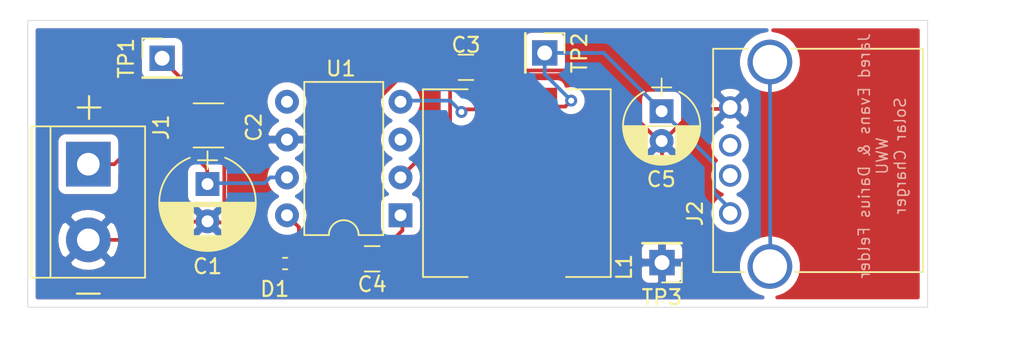
<source format=kicad_pcb>
(kicad_pcb (version 20211014) (generator pcbnew)
  (title_block (title "Solar Powered Buck Converter Charger") (date "2022-04-12") (rev "V.01") (company "WWU") (comment 1 "Jared Evans") (comment 2 "Darius Felder"))
  (layers (0 "F.Cu" signal) (31 "B.Cu" signal) (34 "B.Paste" user) (35 "F.Paste" user) (36 "B.SilkS" user "B.Silkscreen") (37 "F.SilkS" user "F.Silkscreen") (38 "B.Mask" user) (39 "F.Mask" user) (44 "Edge.Cuts" user))
  (net 0 "")
  (net 1 "+9V")
  (net 2 "GND")
  (net 3 "Net-(J2-Pad5)")
  (net 4 "Net-(J2-Pad3)")
  (net 5 "Net-(J2-Pad2)")
  (net 6 "Net-(C4-Pad1)")
  (net 7 "Net-(C3-Pad1)")
  (net 8 "Net-(C4-Pad2)")
  (net 9 "+5V")
  (net 10 "Net-(U1-Pad3)")
  (net 11 "Net-(U1-Pad5)")
  (footprint "Capacitors_THT:CP_Radial_D6.3mm_P2.50mm" (layer "F.Cu") (at 67.183 49.0855 -90)
    (fp_text reference "C1" (at 5.5245 0 180) (layer "F.SilkS"))
    (fp_text value "220 uF")
    (fp_line (start 3.411 -2.375) (end 3.411 -0.98) (layer "F.SilkS") (width 0.12))
    (fp_line (start 2.731 -2.843) (end 2.731 -0.98) (layer "F.SilkS") (width 0.12))
    (fp_line (start 3.171 -2.57) (end 3.171 -0.98) (layer "F.SilkS") (width 0.12))
    (fp_line (start 3.851 -1.894) (end 3.851 1.894) (layer "F.SilkS") (width 0.12))
    (fp_line (start 2.571 -2.919) (end 2.571 -0.98) (layer "F.SilkS") (width 0.12))
    (fp_line (start 2.651 0.98) (end 2.651 2.882) (layer "F.SilkS") (width 0.12))
    (fp_line (start 3.131 -2.599) (end 3.131 -0.98) (layer "F.SilkS") (width 0.12))
    (fp_line (start 3.731 -2.045) (end 3.731 2.045) (layer "F.SilkS") (width 0.12))
    (fp_line (start 1.89 0.98) (end 1.89 3.137) (layer "F.SilkS") (width 0.12))
    (fp_line (start 2.971 -2.706) (end 2.971 -0.98) (layer "F.SilkS") (width 0.12))
    (fp_line (start 3.331 -2.445) (end 3.331 -0.98) (layer "F.SilkS") (width 0.12))
    (fp_line (start 3.011 0.98) (end 3.011 2.681) (layer "F.SilkS") (width 0.12))
    (fp_line (start 2.371 0.98) (end 2.371 3.001) (layer "F.SilkS") (width 0.12))
    (fp_line (start 2.611 -2.901) (end 2.611 -0.98) (layer "F.SilkS") (width 0.12))
    (fp_line (start 2.491 -2.954) (end 2.491 -0.98) (layer "F.SilkS") (width 0.12))
    (fp_line (start 3.131 0.98) (end 3.131 2.599) (layer "F.SilkS") (width 0.12))
    (fp_line (start 3.771 -1.997) (end 3.771 1.997) (layer "F.SilkS") (width 0.12))
    (fp_line (start 1.61 -3.18) (end 1.61 -0.98) (layer "F.SilkS") (width 0.12))
    (fp_line (start 2.251 0.98) (end 2.251 3.042) (layer "F.SilkS") (width 0.12))
    (fp_line (start 3.011 -2.681) (end 3.011 -0.98) (layer "F.SilkS") (width 0.12))
    (fp_line (start 4.211 -1.278) (end 4.211 1.278) (layer "F.SilkS") (width 0.12))
    (fp_line (start 1.53 -3.188) (end 1.53 -0.98) (layer "F.SilkS") (width 0.12))
    (fp_line (start 1.57 -3.185) (end 1.57 -0.98) (layer "F.SilkS") (width 0.12))
    (fp_line (start 3.291 -2.478) (end 3.291 -0.98) (layer "F.SilkS") (width 0.12))
    (fp_line (start 2.411 0.98) (end 2.411 2.986) (layer "F.SilkS") (width 0.12))
    (fp_line (start 4.371 -0.834) (end 4.371 0.834) (layer "F.SilkS") (width 0.12))
    (fp_line (start 3.651 -2.137) (end 3.651 2.137) (layer "F.SilkS") (width 0.12))
    (fp_line (start 3.611 -2.18) (end 3.611 2.18) (layer "F.SilkS") (width 0.12))
    (fp_line (start 1.65 -3.176) (end 1.65 -0.98) (layer "F.SilkS") (width 0.12))
    (fp_line (start 2.451 0.98) (end 2.451 2.97) (layer "F.SilkS") (width 0.12))
    (fp_line (start 2.051 0.98) (end 2.051 3.1) (layer "F.SilkS") (width 0.12))
    (fp_line (start 3.451 -2.339) (end 3.451 -0.98) (layer "F.SilkS") (width 0.12))
    (fp_line (start -2.2 0) (end -1 0) (layer "F.SilkS") (width 0.12))
    (fp_line (start 1.73 -3.165) (end 1.73 -0.98) (layer "F.SilkS") (width 0.12))
    (fp_line (start 2.331 -3.015) (end 2.331 -0.98) (layer "F.SilkS") (width 0.12))
    (fp_line (start 1.81 0.98) (end 1.81 3.152) (layer "F.SilkS") (width 0.12))
    (fp_line (start 4.171 -1.364) (end 4.171 1.364) (layer "F.SilkS") (width 0.12))
    (fp_line (start 2.931 -2.731) (end 2.931 -0.98) (layer "F.SilkS") (width 0.12))
    (fp_line (start 4.091 -1.52) (end 4.091 1.52) (layer "F.SilkS") (width 0.12))
    (fp_line (start 2.771 0.98) (end 2.771 2.822) (layer "F.SilkS") (width 0.12))
    (fp_line (start -1.6 -0.65) (end -1.6 0.65) (layer "F.SilkS") (width 0.12))
    (fp_line (start 1.77 -3.158) (end 1.77 -0.98) (layer "F.SilkS") (width 0.12))
    (fp_line (start 1.49 -3.192) (end 1.49 3.192) (layer "F.SilkS") (width 0.12))
    (fp_line (start 3.171 0.98) (end 3.171 2.57) (layer "F.SilkS") (width 0.12))
    (fp_line (start 4.411 -0.676) (end 4.411 0.676) (layer "F.SilkS") (width 0.12))
    (fp_line (start 1.41 -3.197) (end 1.41 3.197) (layer "F.SilkS") (width 0.12))
    (fp_line (start 1.89 -3.137) (end 1.89 -0.98) (layer "F.SilkS") (width 0.12))
    (fp_line (start 4.011 -1.658) (end 4.011 1.658) (layer "F.SilkS") (width 0.12))
    (fp_line (start 3.091 -2.627) (end 3.091 -0.98) (layer "F.SilkS") (width 0.12))
    (fp_line (start 2.811 0.98) (end 2.811 2.8) (layer "F.SilkS") (width 0.12))
    (fp_line (start 2.091 -3.09) (end 2.091 -0.98) (layer "F.SilkS") (width 0.12))
    (fp_line (start 2.131 0.98) (end 2.131 3.079) (layer "F.SilkS") (width 0.12))
    (fp_line (start 3.691 -2.092) (end 3.691 2.092) (layer "F.SilkS") (width 0.12))
    (fp_line (start 1.69 -3.17) (end 1.69 -0.98) (layer "F.SilkS") (width 0.12))
    (fp_line (start 3.331 0.98) (end 3.331 2.445) (layer "F.SilkS") (width 0.12))
    (fp_line (start 2.451 -2.97) (end 2.451 -0.98) (layer "F.SilkS") (width 0.12))
    (fp_line (start 3.371 -2.411) (end 3.371 -0.98) (layer "F.SilkS") (width 0.12))
    (fp_line (start 2.731 0.98) (end 2.731 2.843) (layer "F.SilkS") (width 0.12))
    (fp_line (start 3.371 0.98) (end 3.371 2.411) (layer "F.SilkS") (width 0.12))
    (fp_line (start 2.011 -3.11) (end 2.011 -0.98) (layer "F.SilkS") (width 0.12))
    (fp_line (start 3.571 -2.222) (end 3.571 2.222) (layer "F.SilkS") (width 0.12))
    (fp_line (start 2.211 0.98) (end 2.211 3.055) (layer "F.SilkS") (width 0.12))
    (fp_line (start 3.251 0.98) (end 3.251 2.51) (layer "F.SilkS") (width 0.12))
    (fp_line (start 1.93 -3.128) (end 1.93 -0.98) (layer "F.SilkS") (width 0.12))
    (fp_line (start 4.451 -0.468) (end 4.451 0.468) (layer "F.SilkS") (width 0.12))
    (fp_line (start 1.93 0.98) (end 1.93 3.128) (layer "F.SilkS") (width 0.12))
    (fp_line (start 1.65 0.98) (end 1.65 3.176) (layer "F.SilkS") (width 0.12))
    (fp_line (start 3.891 -1.839) (end 3.891 1.839) (layer "F.SilkS") (width 0.12))
    (fp_line (start 1.81 -3.152) (end 1.81 -0.98) (layer "F.SilkS") (width 0.12))
    (fp_line (start 2.251 -3.042) (end 2.251 -0.98) (layer "F.SilkS") (width 0.12))
    (fp_line (start 3.931 -1.781) (end 3.931 1.781) (layer "F.SilkS") (width 0.12))
    (fp_line (start 2.611 0.98) (end 2.611 2.901) (layer "F.SilkS") (width 0.12))
    (fp_line (start 2.531 0.98) (end 2.531 2.937) (layer "F.SilkS") (width 0.12))
    (fp_line (start 3.211 -2.54) (end 3.211 -0.98) (layer "F.SilkS") (width 0.12))
    (fp_line (start 2.971 0.98) (end 2.971 2.706) (layer "F.SilkS") (width 0.12))
    (fp_line (start 1.53 0.98) (end 1.53 3.188) (layer "F.SilkS") (width 0.12))
    (fp_line (start 2.931 0.98) (end 2.931 2.731) (layer "F.SilkS") (width 0.12))
    (fp_line (start 2.291 -3.029) (end 2.291 -0.98) (layer "F.SilkS") (width 0.12))
    (fp_line (start 4.051 -1.591) (end 4.051 1.591) (layer "F.SilkS") (width 0.12))
    (fp_line (start 2.211 -3.055) (end 2.211 -0.98) (layer "F.SilkS") (width 0.12))
    (fp_line (start 3.211 0.98) (end 3.211 2.54) (layer "F.SilkS") (width 0.12))
    (fp_line (start 2.851 0.98) (end 2.851 2.778) (layer "F.SilkS") (width 0.12))
    (fp_line (start 2.291 0.98) (end 2.291 3.029) (layer "F.SilkS") (width 0.12))
    (fp_line (start 3.451 0.98) (end 3.451 2.339) (layer "F.SilkS") (width 0.12))
    (fp_line (start 2.851 -2.778) (end 2.851 -0.98) (layer "F.SilkS") (width 0.12))
    (fp_line (start 2.411 -2.986) (end 2.411 -0.98) (layer "F.SilkS") (width 0.12))
    (fp_line (start 1.37 -3.198) (end 1.37 3.198) (layer "F.SilkS") (width 0.12))
    (fp_line (start 1.33 -3.2) (end 1.33 3.2) (layer "F.SilkS") (width 0.12))
    (fp_line (start 2.371 -3.001) (end 2.371 -0.98) (layer "F.SilkS") (width 0.12))
    (fp_line (start 2.331 0.98) (end 2.331 3.015) (layer "F.SilkS") (width 0.12))
    (fp_line (start 4.291 -1.081) (end 4.291 1.081) (layer "F.SilkS") (width 0.12))
    (fp_line (start 2.771 -2.822) (end 2.771 -0.98) (layer "F.SilkS") (width 0.12))
    (fp_line (start 1.45 -3.194) (end 1.45 3.194) (layer "F.SilkS") (width 0.12))
    (fp_line (start 2.091 0.98) (end 2.091 3.09) (layer "F.SilkS") (width 0.12))
    (fp_line (start 3.811 -1.946) (end 3.811 1.946) (layer "F.SilkS") (width 0.12))
    (fp_line (start 2.651 -2.882) (end 2.651 -0.98) (layer "F.SilkS") (width 0.12))
    (fp_line (start 3.251 -2.51) (end 3.251 -0.98) (layer "F.SilkS") (width 0.12))
    (fp_line (start 2.531 -2.937) (end 2.531 -0.98) (layer "F.SilkS") (width 0.12))
    (fp_line (start 3.051 -2.654) (end 3.051 -0.98) (layer "F.SilkS") (width 0.12))
    (fp_line (start 2.051 -3.1) (end 2.051 -0.98) (layer "F.SilkS") (width 0.12))
    (fp_line (start 1.85 -3.144) (end 1.85 -0.98) (layer "F.SilkS") (width 0.12))
    (fp_line (start 1.29 -3.2) (end 1.29 3.2) (layer "F.SilkS") (width 0.12))
    (fp_line (start 3.971 -1.721) (end 3.971 1.721) (layer "F.SilkS") (width 0.12))
    (fp_line (start 2.171 0.98) (end 2.171 3.067) (layer "F.SilkS") (width 0.12))
    (fp_line (start 3.411 0.98) (end 3.411 2.375) (layer "F.SilkS") (width 0.12))
    (fp_line (start 4.251 -1.184) (end 4.251 1.184) (layer "F.SilkS") (width 0.12))
    (fp_line (start 2.811 -2.8) (end 2.811 -0.98) (layer "F.SilkS") (width 0.12))
    (fp_line (start 3.291 0.98) (end 3.291 2.478) (layer "F.SilkS") (width 0.12))
    (fp_line (start 1.61 0.98) (end 1.61 3.18) (layer "F.SilkS") (width 0.12))
    (fp_line (start 2.891 -2.755) (end 2.891 -0.98) (layer "F.SilkS") (width 0.12))
    (fp_line (start 2.691 0.98) (end 2.691 2.863) (layer "F.SilkS") (width 0.12))
    (fp_line (start 2.691 -2.863) (end 2.691 -0.98) (layer "F.SilkS") (width 0.12))
    (fp_line (start 1.57 0.98) (end 1.57 3.185) (layer "F.SilkS") (width 0.12))
    (fp_line (start 2.131 -3.079) (end 2.131 -0.98) (layer "F.SilkS") (width 0.12))
    (fp_line (start 3.531 -2.262) (end 3.531 2.262) (layer "F.SilkS") (width 0.12))
    (fp_line (start 2.571 0.98) (end 2.571 2.919) (layer "F.SilkS") (width 0.12))
    (fp_line (start 3.091 0.98) (end 3.091 2.627) (layer "F.SilkS") (width 0.12))
    (fp_line (start 1.971 -3.119) (end 1.971 -0.98) (layer "F.SilkS") (width 0.12))
    (fp_line (start 3.491 -2.301) (end 3.491 2.301) (layer "F.SilkS") (width 0.12))
    (fp_line (start 4.131 -1.445) (end 4.131 1.445) (layer "F.SilkS") (width 0.12))
    (fp_line (start 1.77 0.98) (end 1.77 3.158) (layer "F.SilkS") (width 0.12))
    (fp_line (start 1.971 0.98) (end 1.971 3.119) (layer "F.SilkS") (width 0.12))
    (fp_line (start 2.891 0.98) (end 2.891 2.755) (layer "F.SilkS") (width 0.12))
    (fp_line (start 2.171 -3.067) (end 2.171 -0.98) (layer "F.SilkS") (width 0.12))
    (fp_line (start 1.69 0.98) (end 1.69 3.17) (layer "F.SilkS") (width 0.12))
    (fp_line (start 4.331 -0.966) (end 4.331 0.966) (layer "F.SilkS") (width 0.12))
    (fp_line (start 1.73 0.98) (end 1.73 3.165) (layer "F.SilkS") (width 0.12))
    (fp_line (start 1.25 -3.2) (end 1.25 3.2) (layer "F.SilkS") (width 0.12))
    (fp_line (start 2.011 0.98) (end 2.011 3.11) (layer "F.SilkS") (width 0.12))
    (fp_line (start 2.491 0.98) (end 2.491 2.954) (layer "F.SilkS") (width 0.12))
    (fp_line (start 1.85 0.98) (end 1.85 3.144) (layer "F.SilkS") (width 0.12))
    (fp_line (start 3.051 0.98) (end 3.051 2.654) (layer "F.SilkS") (width 0.12))
    (fp_arc (start -1.767482 -1.18) (mid 1.250464 -3.24) (end 4.26782 -1.179135) (layer "F.SilkS") (width 0.12))
    (fp_arc (start 4.26782 1.179135) (mid 1.250464 3.239999) (end -1.767482 1.18) (layer "F.SilkS") (width 0.12))
    (fp_arc (start 4.267482 -1.18) (mid 4.49 -0.000464) (end 4.26782 1.179135) (layer "F.SilkS") (width 0.12))
    (pad "1" thru_hole rect locked (at 0 0 270) (size 1.6 1.6) (drill 0.8) (layers *.Cu *.Mask) (net 1 "+9V"))
    (pad "2" thru_hole circle locked (at 2.5 0 270) (size 1.6 1.6) (drill 0.8) (layers *.Cu *.Mask) (net 2 "GND"))
  )
  (footprint "Capacitors_SMD:C_1210" (layer "F.Cu") (at 67.2465 45.1485)
    (fp_text reference "C2" (at 3.048 0.127 90) (layer "F.SilkS"))
    (fp_text value "100 nF")
    (fp_line (start -1 1.48) (end 1 1.48) (layer "F.SilkS") (width 0.12))
    (fp_line (start 1 -1.48) (end -1 -1.48) (layer "F.SilkS") (width 0.12))
    (pad "1" smd rect locked (at -1.5 0) (size 1 2.5) (layers "F.Cu" "F.Paste" "F.Mask") (net 1 "+9V"))
    (pad "2" smd rect locked (at 1.5 0) (size 1 2.5) (layers "F.Cu" "F.Paste" "F.Mask") (net 2 "GND"))
  )
  (footprint "Capacitors_SMD:C_0805" (layer "F.Cu") (at 84.5312 41.2496)
    (fp_text reference "C3" (at 0 -1.5) (layer "F.SilkS"))
    (fp_text value "10 nF")
    (fp_line (start -0.5 0.85) (end 0.5 0.85) (layer "F.SilkS") (width 0.12))
    (fp_line (start 0.5 -0.85) (end -0.5 -0.85) (layer "F.SilkS") (width 0.12))
    (pad "1" smd rect locked (at -1 0) (size 1 1.25) (layers "F.Cu" "F.Paste" "F.Mask") (net 7 "Net-(C3-Pad1)"))
    (pad "2" smd rect locked (at 1 0) (size 1 1.25) (layers "F.Cu" "F.Paste" "F.Mask") (net 2 "GND"))
  )
  (footprint "Capacitors_SMD:C_0805" (layer "F.Cu") (at 78.232 54.102)
    (fp_text reference "C4" (at 0 1.7145) (layer "F.SilkS"))
    (fp_text value "10 nF")
    (fp_line (start -0.5 0.85) (end 0.5 0.85) (layer "F.SilkS") (width 0.12))
    (fp_line (start 0.5 -0.85) (end -0.5 -0.85) (layer "F.SilkS") (width 0.12))
    (pad "1" smd rect locked (at -1 0) (size 1 1.25) (layers "F.Cu" "F.Paste" "F.Mask") (net 6 "Net-(C4-Pad1)"))
    (pad "2" smd rect locked (at 1 0) (size 1 1.25) (layers "F.Cu" "F.Paste" "F.Mask") (net 8 "Net-(C4-Pad2)"))
  )
  (footprint "Capacitors_THT:CP_Radial_D5.0mm_P2.00mm" (layer "F.Cu") (at 97.663 44.196 -90)
    (fp_text reference "C5" (at 4.572 0.0254 180) (layer "F.SilkS"))
    (fp_text value "47 uF")
    (fp_line (start 2.121 -2.296) (end 2.121 -0.98) (layer "F.SilkS") (width 0.12))
    (fp_line (start 1.16 0.98) (end 1.16 2.546) (layer "F.SilkS") (width 0.12))
    (fp_line (start 2.681 0.98) (end 2.681 1.932) (layer "F.SilkS") (width 0.12))
    (fp_line (start 2.281 0.98) (end 2.281 2.212) (layer "F.SilkS") (width 0.12))
    (fp_line (start 2.001 -2.35) (end 2.001 -0.98) (layer "F.SilkS") (width 0.12))
    (fp_line (start 1.08 0.98) (end 1.08 2.549) (layer "F.SilkS") (width 0.12))
    (fp_line (start 2.641 0.98) (end 2.641 1.965) (layer "F.SilkS") (width 0.12))
    (fp_line (start 3.361 -1.028) (end 3.361 1.028) (layer "F.SilkS") (width 0.12))
    (fp_line (start 2.601 -1.997) (end 2.601 -0.98) (layer "F.SilkS") (width 0.12))
    (fp_line (start 1.52 -2.498) (end 1.52 -0.98) (layer "F.SilkS") (width 0.12))
    (fp_line (start 1.08 -2.549) (end 1.08 -0.98) (layer "F.SilkS") (width 0.12))
    (fp_line (start 1.841 0.98) (end 1.841 2.41) (layer "F.SilkS") (width 0.12))
    (fp_line (start 2.161 0.98) (end 2.161 2.276) (layer "F.SilkS") (width 0.12))
    (fp_line (start 1.68 0.98) (end 1.68 2.46) (layer "F.SilkS") (width 0.12))
    (fp_line (start 1.48 0.98) (end 1.48 2.506) (layer "F.SilkS") (width 0.12))
    (fp_line (start 3.441 -0.829) (end 3.441 0.829) (layer "F.SilkS") (width 0.12))
    (fp_line (start 2.921 -1.699) (end 2.921 -0.98) (layer "F.SilkS") (width 0.12))
    (fp_line (start 2.681 -1.932) (end 2.681 -0.98) (layer "F.SilkS") (width 0.12))
    (fp_line (start 1.48 -2.506) (end 1.48 -0.98) (layer "F.SilkS") (width 0.12))
    (fp_line (start 1.16 -2.546) (end 1.16 -0.98) (layer "F.SilkS") (width 0.12))
    (fp_line (start 2.921 0.98) (end 2.921 1.699) (layer "F.SilkS") (width 0.12))
    (fp_line (start 1.32 0.98) (end 1.32 2.531) (layer "F.SilkS") (width 0.12))
    (fp_line (start 1.04 0.98) (end 1.04 2.55) (layer "F.SilkS") (width 0.12))
    (fp_line (start 1.64 0.98) (end 1.64 2.47) (layer "F.SilkS") (width 0.12))
    (fp_line (start 2.641 -1.965) (end 2.641 -0.98) (layer "F.SilkS") (width 0.12))
    (fp_line (start 1.24 0.98) (end 1.24 2.539) (layer "F.SilkS") (width 0.12))
    (fp_line (start 3.281 -1.189) (end 3.281 1.189) (layer "F.SilkS") (width 0.12))
    (fp_line (start 2.841 -1.783) (end 2.841 -0.98) (layer "F.SilkS") (width 0.12))
    (fp_line (start 3.521 -0.559) (end 3.521 0.559) (layer "F.SilkS") (width 0.12))
    (fp_line (start 1 -2.55) (end 1 2.55) (layer "F.SilkS") (width 0.12))
    (fp_line (start 3.201 -1.327) (end 3.201 1.327) (layer "F.SilkS") (width 0.12))
    (fp_line (start 2.281 -2.212) (end 2.281 -0.98) (layer "F.SilkS") (width 0.12))
    (fp_line (start 2.121 0.98) (end 2.121 2.296) (layer "F.SilkS") (width 0.12))
    (fp_line (start 2.321 -2.189) (end 2.321 -0.98) (layer "F.SilkS") (width 0.12))
    (fp_line (start 1.68 -2.46) (end 1.68 -0.98) (layer "F.SilkS") (width 0.12))
    (fp_line (start 1.36 0.98) (end 1.36 2.525) (layer "F.SilkS") (width 0.12))
    (fp_line (start 1.6 -2.48) (end 1.6 -0.98) (layer "F.SilkS") (width 0.12))
    (fp_line (start 1.36 -2.525) (end 1.36 -0.98) (layer "F.SilkS") (width 0.12))
    (fp_line (start 2.241 -2.234) (end 2.241 -0.98) (layer "F.SilkS") (width 0.12))
    (fp_line (start 2.721 0.98) (end 2.721 1.897) (layer "F.SilkS") (width 0.12))
    (fp_line (start -2.2 0) (end -1 0) (layer "F.SilkS") (width 0.12))
    (fp_line (start 1.921 -2.382) (end 1.921 -0.98) (layer "F.SilkS") (width 0.12))
    (fp_line (start 1.24 -2.539) (end 1.24 -0.98) (layer "F.SilkS") (width 0.12))
    (fp_line (start 2.481 0.98) (end 2.481 2.086) (layer "F.SilkS") (width 0.12))
    (fp_line (start 1.64 -2.47) (end 1.64 -0.98) (layer "F.SilkS") (width 0.12))
    (fp_line (start 1.32 -2.531) (end 1.32 -0.98) (layer "F.SilkS") (width 0.12))
    (fp_line (start 2.401 0.98) (end 2.401 2.14) (layer "F.SilkS") (width 0.12))
    (fp_line (start 1.56 -2.489) (end 1.56 -0.98) (layer "F.SilkS") (width 0.12))
    (fp_line (start 2.361 0.98) (end 2.361 2.165) (layer "F.SilkS") (width 0.12))
    (fp_line (start 2.041 -2.333) (end 2.041 -0.98) (layer "F.SilkS") (width 0.12))
    (fp_line (start 2.321 0.98) (end 2.321 2.189) (layer "F.SilkS") (width 0.12))
    (fp_line (start -1.6 -0.65) (end -1.6 0.65) (layer "F.SilkS") (width 0.12))
    (fp_line (start 1.881 -2.396) (end 1.881 -0.98) (layer "F.SilkS") (width 0.12))
    (fp_line (start 1.801 -2.424) (end 1.801 -0.98) (layer "F.SilkS") (width 0.12))
    (fp_line (start 1.4 0.98) (end 1.4 2.519) (layer "F.SilkS") (width 0.12))
    (fp_line (start 3.401 -0.934) (end 3.401 0.934) (layer "F.SilkS") (width 0.12))
    (fp_line (start 2.081 -2.315) (end 2.081 -0.98) (layer "F.SilkS") (width 0.12))
    (fp_line (start 3.241 -1.261) (end 3.241 1.261) (layer "F.SilkS") (width 0.12))
    (fp_line (start 2.561 -2.028) (end 2.561 -0.98) (layer "F.SilkS") (width 0.12))
    (fp_line (start 1.04 -2.55) (end 1.04 -0.98) (layer "F.SilkS") (width 0.12))
    (fp_line (start 1.4 -2.519) (end 1.4 -0.98) (layer "F.SilkS") (width 0.12))
    (fp_line (start 2.201 -2.256) (end 2.201 -0.98) (layer "F.SilkS") (width 0.12))
    (fp_line (start 2.041 0.98) (end 2.041 2.333) (layer "F.SilkS") (width 0.12))
    (fp_line (start 2.841 0.98) (end 2.841 1.783) (layer "F.SilkS") (width 0.12))
    (fp_line (start 3.561 -0.354) (end 3.561 0.354) (layer "F.SilkS") (width 0.12))
    (fp_line (start 2.721 -1.897) (end 2.721 -0.98) (layer "F.SilkS") (width 0.12))
    (fp_line (start 1.2 0.98) (end 1.2 2.543) (layer "F.SilkS") (width 0.12))
    (fp_line (start 3.321 -1.112) (end 3.321 1.112) (layer "F.SilkS") (width 0.12))
    (fp_line (start 2.441 -2.113) (end 2.441 -0.98) (layer "F.SilkS") (width 0.12))
    (fp_line (start 1.961 0.98) (end 1.961 2.366) (layer "F.SilkS") (width 0.12))
    (fp_line (start 1.44 -2.513) (end 1.44 -0.98) (layer "F.SilkS") (width 0.12))
    (fp_line (start 2.441 0.98) (end 2.441 2.113) (layer "F.SilkS") (width 0.12))
    (fp_line (start 2.761 0.98) (end 2.761 1.861) (layer "F.SilkS") (width 0.12))
    (fp_line (start 1.721 0.98) (end 1.721 2.448) (layer "F.SilkS") (width 0.12))
    (fp_line (start 2.601 0.98) (end 2.601 1.997) (layer "F.SilkS") (width 0.12))
    (fp_line (start 3.481 -0.707) (end 3.481 0.707) (layer "F.SilkS") (width 0.12))
    (fp_line (start 2.161 -2.276) (end 2.161 -0.98) (layer "F.SilkS") (width 0.12))
    (fp_line (start 1.12 0.98) (end 1.12 2.548) (layer "F.SilkS") (width 0.12))
    (fp_line (start 2.001 0.98) (end 2.001 2.35) (layer "F.SilkS") (width 0.12))
    (fp_line (start 3.001 -1.606) (end 3.001 1.606) (layer "F.SilkS") (width 0.12))
    (fp_line (start 1.961 -2.366) (end 1.961 -0.98) (layer "F.SilkS") (width 0.12))
    (fp_line (start 1.28 0.98) (end 1.28 2.535) (layer "F.SilkS") (width 0.12))
    (fp_line (start 1.881 0.98) (end 1.881 2.396) (layer "F.SilkS") (width 0.12))
    (fp_line (start 2.481 -2.086) (end 2.481 -0.98) (layer "F.SilkS") (width 0.12))
    (fp_line (start 3.121 -1.448) (end 3.121 1.448) (layer "F.SilkS") (width 0.12))
    (fp_line (start 1.56 0.98) (end 1.56 2.489) (layer "F.SilkS") (width 0.12))
    (fp_line (start 2.881 -1.742) (end 2.881 -0.98) (layer "F.SilkS") (width 0.12))
    (fp_line (start 2.521 -2.058) (end 2.521 -0.98) (layer "F.SilkS") (width 0.12))
    (fp_line (start 2.961 0.98) (end 2.961 1.654) (layer "F.SilkS") (width 0.12))
    (fp_line (start 2.201 0.98) (end 2.201 2.256) (layer "F.SilkS") (width 0.12))
    (fp_line (start 1.44 0.98) (end 1.44 2.513) (layer "F.SilkS") (width 0.12))
    (fp_line (start 2.961 -1.654) (end 2.961 -0.98) (layer "F.SilkS") (width 0.12))
    (fp_line (start 2.801 -1.823) (end 2.801 -0.98) (layer "F.SilkS") (width 0.12))
    (fp_line (start 2.081 0.98) (end 2.081 2.315) (layer "F.SilkS") (width 0.12))
    (fp_line (start 1.6 0.98) (end 1.6 2.48) (layer "F.SilkS") (width 0.12))
    (fp_line (start 1.761 -2.436) (end 1.761 -0.98) (layer "F.SilkS") (width 0.12))
    (fp_line (start 1.28 -2.535) (end 1.28 -0.98) (layer "F.SilkS") (width 0.12))
    (fp_line (start 2.761 -1.861) (end 2.761 -0.98) (layer "F.SilkS") (width 0.12))
    (fp_line (start 2.401 -2.14) (end 2.401 -0.98) (layer "F.SilkS") (width 0.12))
    (fp_line (start 2.881 0.98) (end 2.881 1.742) (layer "F.SilkS") (width 0.12))
    (fp_line (start 3.041 -1.556) (end 3.041 1.556) (layer "F.SilkS") (width 0.12))
    (fp_line (start 1.841 -2.41) (end 1.841 -0.98) (layer "F.SilkS") (width 0.12))
    (fp_line (start 2.361 -2.165) (end 2.361 -0.98) (layer "F.SilkS") (width 0.12))
    (fp_line (start 2.521 0.98) (end 2.521 2.058) (layer "F.SilkS") (width 0.12))
    (fp_line (start 3.161 -1.39) (end 3.161 1.39) (layer "F.SilkS") (width 0.12))
    (fp_line (start 2.801 0.98) (end 2.801 1.823) (layer "F.SilkS") (width 0.12))
    (fp_line (start 1.52 0.98) (end 1.52 2.498) (layer "F.SilkS") (width 0.12))
    (fp_line (start 1.2 -2.543) (end 1.2 -0.98) (layer "F.SilkS") (width 0.12))
    (fp_line (start 1.801 0.98) (end 1.801 2.424) (layer "F.SilkS") (width 0.12))
    (fp_line (start 1.761 0.98) (end 1.761 2.436) (layer "F.SilkS") (width 0.12))
    (fp_line (start 3.081 -1.504) (end 3.081 1.504) (layer "F.SilkS") (width 0.12))
    (fp_line (start 2.241 0.98) (end 2.241 2.234) (layer "F.SilkS") (width 0.12))
    (fp_line (start 1.721 -2.448) (end 1.721 -0.98) (layer "F.SilkS") (width 0.12))
    (fp_line (start 1.921 0.98) (end 1.921 2.382) (layer "F.SilkS") (width 0.12))
    (fp_line (start 1.12 -2.548) (end 1.12 -0.98) (layer "F.SilkS") (width 0.12))
    (fp_line (start 2.561 0.98) (end 2.561 2.028) (layer "F.SilkS") (width 0.12))
    (fp_arc (start 3.30558 -1.18) (mid 3.59 -0.000156) (end 3.305722 1.179722) (layer "F.SilkS") (width 0.12))
    (fp_arc (start -1.30558 -1.18) (mid 1.000156 -2.59) (end 3.305722 -1.179722) (layer "F.SilkS") (width 0.12))
    (fp_arc (start 3.305722 1.179722) (mid 1.000156 2.59) (end -1.30558 1.18) (layer "F.SilkS") (width 0.12))
    (pad "1" thru_hole rect locked (at 0 0 270) (size 1.6 1.6) (drill 0.8) (layers *.Cu *.Mask) (net 9 "+5V"))
    (pad "2" thru_hole circle locked (at 2 0 270) (size 1.6 1.6) (drill 0.8) (layers *.Cu *.Mask) (net 2 "GND"))
  )
  (footprint "Diodes_SMD:D_Powermite_AK" (layer "F.Cu") (at 73.3425 54.4195 180)
    (fp_text reference "D1" (at 1.651 -1.7145 180) (layer "F.SilkS"))
    (fp_text value "D_Schottky")
    (fp_line (start 1.1 0.385) (end 0.8 0.385) (layer "F.SilkS") (width 0.12))
    (fp_line (start 1.1 -0.385) (end 0.8 -0.385) (layer "F.SilkS") (width 0.12))
    (pad "1" smd rect locked (at -0.6985 0 180) (size 2.67 2.54) (layers "F.Cu" "F.Paste" "F.Mask") (net 6 "Net-(C4-Pad1)"))
    (pad "2" smd rect locked (at 1.6525 0 180) (size 0.762 1.27) (layers "F.Cu" "F.Paste" "F.Mask") (net 2 "GND"))
  )
  (footprint "Connectors_Terminal_Blocks:TerminalBlock_bornier-2_P5.08mm" (layer "F.Cu") (at 59.182 47.752 -90)
    (fp_text reference "J1" (at -2.4765 -4.8895 90) (layer "F.SilkS"))
    (fp_text value "Vin")
    (fp_line (start 7.62 2.54) (end -2.54 2.54) (layer "F.SilkS") (width 0.12))
    (fp_line (start 7.62 -3.81) (end -2.54 -3.81) (layer "F.SilkS") (width 0.12))
    (fp_line (start 7.62 3.81) (end 7.62 -3.81) (layer "F.SilkS") (width 0.12))
    (fp_line (start -2.54 -3.81) (end -2.54 3.81) (layer "F.SilkS") (width 0.12))
    (fp_line (start -2.54 3.81) (end 7.62 3.81) (layer "F.SilkS") (width 0.12))
    (pad "1" thru_hole rect locked (at 0 0 270) (size 3 3) (drill 1.52) (layers *.Cu *.Mask) (net 1 "+9V"))
    (pad "2" thru_hole circle locked (at 5.08 0 270) (size 3 3) (drill 1.52) (layers *.Cu *.Mask) (net 2 "GND"))
  )
  (footprint "Connectors:USB_A" (layer "F.Cu") (at 102.2604 51.054 90)
    (fp_text reference "J2" (at 0 -2.35 90) (layer "F.SilkS"))
    (fp_text value "USB_A")
    (fp_line (start 11.05 12.95) (end -3.94 12.95) (layer "F.SilkS") (width 0.12))
    (fp_line (start 11.05 -1.14) (end 11.05 1.19) (layer "F.SilkS") (width 0.12))
    (fp_line (start -3.94 -1.14) (end -3.94 0.98) (layer "F.SilkS") (width 0.12))
    (fp_line (start 11.05 -1.14) (end -3.94 -1.14) (layer "F.SilkS") (width 0.12))
    (fp_line (start -3.94 4.35) (end -3.94 12.95) (layer "F.SilkS") (width 0.12))
    (fp_line (start 11.05 4.15) (end 11.05 12.95) (layer "F.SilkS") (width 0.12))
    (pad "1" thru_hole circle locked (at 0 0) (size 1.5 1.5) (drill 1) (layers *.Cu *.Mask) (net 9 "+5V"))
    (pad "2" thru_hole circle locked (at 2.54 0) (size 1.5 1.5) (drill 1) (layers *.Cu *.Mask) (net 5 "Net-(J2-Pad2)"))
    (pad "3" thru_hole circle locked (at 4.57 0) (size 1.5 1.5) (drill 1) (layers *.Cu *.Mask) (net 4 "Net-(J2-Pad3)"))
    (pad "4" thru_hole circle locked (at 7.11 0) (size 1.5 1.5) (drill 1) (layers *.Cu *.Mask) (net 2 "GND"))
    (pad "5" thru_hole circle locked (at -3.56 2.67) (size 3 3) (drill 2.3) (layers *.Cu *.Mask) (net 3 "Net-(J2-Pad5)"))
    (pad "5" thru_hole circle locked (at 10.16 2.67) (size 3 3) (drill 2.3) (layers *.Cu *.Mask) (net 3 "Net-(J2-Pad5)"))
  )
  (footprint "Inductors_SMD:L_Wuerth_WE-PD-Typ-LS" (layer "F.Cu") (at 87.9475 49.022 90)
    (fp_text reference "L1" (at -5.6388 7.2009 270) (layer "F.SilkS"))
    (fp_text value "68 uH")
    (fp_line (start 6.3 3.3) (end 6.3 6.3) (layer "F.SilkS") (width 0.12))
    (fp_line (start 6.3 -6.3) (end 6.3 -3.3) (layer "F.SilkS") (width 0.12))
    (fp_line (start -6.3 -6.3) (end 6.3 -6.3) (layer "F.SilkS") (width 0.12))
    (fp_line (start -6.3 -3.3) (end -6.3 -6.3) (layer "F.SilkS") (width 0.12))
    (fp_line (start 6.3 6.3) (end -6.3 6.3) (layer "F.SilkS") (width 0.12))
    (fp_line (start -6.3 6.3) (end -6.3 3.3) (layer "F.SilkS") (width 0.12))
    (pad "1" smd rect locked (at -4.95 0 90) (size 2.9 5.4) (layers "F.Cu" "F.Paste" "F.Mask") (net 6 "Net-(C4-Pad1)"))
    (pad "2" smd rect locked (at 4.95 0 90) (size 2.9 5.4) (layers "F.Cu" "F.Paste" "F.Mask") (net 9 "+5V"))
  )
  (footprint "Pin_Headers:Pin_Header_Straight_1x01_Pitch2.54mm" (layer "F.Cu") (at 64.135 40.64)
    (fp_text reference "TP1" (at -2.413 0 90) (layer "F.SilkS"))
    (fp_text value "TestPoint")
    (fp_line (start -1.33 1.33) (end 1.33 1.33) (layer "F.SilkS") (width 0.12))
    (fp_line (start 1.33 1.27) (end 1.33 1.33) (layer "F.SilkS") (width 0.12))
    (fp_line (start -1.33 -1.33) (end 0 -1.33) (layer "F.SilkS") (width 0.12))
    (fp_line (start -1.33 1.27) (end 1.33 1.27) (layer "F.SilkS") (width 0.12))
    (fp_line (start -1.33 0) (end -1.33 -1.33) (layer "F.SilkS") (width 0.12))
    (fp_line (start -1.33 1.27) (end -1.33 1.33) (layer "F.SilkS") (width 0.12))
    (pad "1" thru_hole rect locked (at 0 0) (size 1.7 1.7) (drill 1) (layers *.Cu *.Mask) (net 1 "+9V"))
  )
  (footprint "Pin_Headers:Pin_Header_Straight_1x01_Pitch2.54mm" (layer "F.Cu") (at 89.8144 40.2844 -90)
    (fp_text reference "TP2" (at 0 -2.33 90) (layer "F.SilkS"))
    (fp_text value "TestPoint")
    (fp_line (start -1.33 -1.33) (end 0 -1.33) (layer "F.SilkS") (width 0.12))
    (fp_line (start -1.33 1.27) (end 1.33 1.27) (layer "F.SilkS") (width 0.12))
    (fp_line (start -1.33 1.33) (end 1.33 1.33) (layer "F.SilkS") (width 0.12))
    (fp_line (start -1.33 0) (end -1.33 -1.33) (layer "F.SilkS") (width 0.12))
    (fp_line (start 1.33 1.27) (end 1.33 1.33) (layer "F.SilkS") (width 0.12))
    (fp_line (start -1.33 1.27) (end -1.33 1.33) (layer "F.SilkS") (width 0.12))
    (pad "1" thru_hole rect locked (at 0 0 270) (size 1.7 1.7) (drill 1) (layers *.Cu *.Mask) (net 9 "+5V"))
  )
  (footprint "Pin_Headers:Pin_Header_Straight_1x01_Pitch2.54mm" (layer "F.Cu") (at 97.6884 54.356 180)
    (fp_text reference "TP3" (at 0 -2.33) (layer "F.SilkS"))
    (fp_text value "TestPoint")
    (fp_line (start -1.33 -1.33) (end 0 -1.33) (layer "F.SilkS") (width 0.12))
    (fp_line (start -1.33 0) (end -1.33 -1.33) (layer "F.SilkS") (width 0.12))
    (fp_line (start 1.33 1.27) (end 1.33 1.33) (layer "F.SilkS") (width 0.12))
    (fp_line (start -1.33 1.27) (end -1.33 1.33) (layer "F.SilkS") (width 0.12))
    (fp_line (start -1.33 1.27) (end 1.33 1.27) (layer "F.SilkS") (width 0.12))
    (fp_line (start -1.33 1.33) (end 1.33 1.33) (layer "F.SilkS") (width 0.12))
    (pad "1" thru_hole rect locked (at 0 0 180) (size 1.7 1.7) (drill 1) (layers *.Cu *.Mask) (net 2 "GND"))
  )
  (footprint "Housings_DIP:DIP-8_W7.62mm" (layer "F.Cu") (at 80.137 51.181 180)
    (fp_text reference "U1" (at 4.0005 9.8425) (layer "F.SilkS"))
    (fp_text value "LM2672N-5.0")
    (fp_line (start 2.81 -1.33) (end 1.16 -1.33) (layer "F.SilkS") (width 0.12))
    (fp_line (start 1.16 8.95) (end 6.46 8.95) (layer "F.SilkS") (width 0.12))
    (fp_line (start 6.46 8.95) (end 6.46 -1.33) (layer "F.SilkS") (width 0.12))
    (fp_line (start 1.16 -1.33) (end 1.16 8.95) (layer "F.SilkS") (width 0.12))
    (fp_line (start 6.46 -1.33) (end 4.81 -1.33) (layer "F.SilkS") (width 0.12))
    (fp_arc (start 4.81 -1.33) (mid 3.81 -0.33) (end 2.81 -1.33) (layer "F.SilkS") (width 0.12))
    (pad "1" thru_hole rect locked (at 0 0 180) (size 1.6 1.6) (drill 0.8) (layers *.Cu *.Mask) (net 8 "Net-(C4-Pad2)"))
    (pad "2" thru_hole oval locked (at 0 2.54 180) (size 1.6 1.6) (drill 0.8) (layers *.Cu *.Mask) (net 7 "Net-(C3-Pad1)"))
    (pad "3" thru_hole oval locked (at 0 5.08 180) (size 1.6 1.6) (drill 0.8) (layers *.Cu *.Mask) (net 10 "Net-(U1-Pad3)"))
    (pad "4" thru_hole oval locked (at 0 7.62 180) (size 1.6 1.6) (drill 0.8) (layers *.Cu *.Mask) (net 9 "+5V"))
    (pad "5" thru_hole oval locked (at 7.62 7.62 180) (size 1.6 1.6) (drill 0.8) (layers *.Cu *.Mask) (net 11 "Net-(U1-Pad5)"))
    (pad "6" thru_hole oval locked (at 7.62 5.08 180) (size 1.6 1.6) (drill 0.8) (layers *.Cu *.Mask) (net 2 "GND"))
    (pad "7" thru_hole oval locked (at 7.62 2.54 180) (size 1.6 1.6) (drill 0.8) (layers *.Cu *.Mask) (net 1 "+9V"))
    (pad "8" thru_hole oval locked (at 7.62 0 180) (size 1.6 1.6) (drill 0.8) (layers *.Cu *.Mask) (net 6 "Net-(C4-Pad1)"))
  )
  (gr_line (start 115.5192 57.3532) (end 115.4684 57.3532) (layer "Edge.Cuts") (width 0.05))
  (gr_line (start 55.118 38.1) (end 115.5192 38.1) (layer "Edge.Cuts") (width 0.05))
  (gr_line (start 55.118 57.3532) (end 55.118 38.7604) (layer "Edge.Cuts") (width 0.05))
  (gr_line (start 115.5192 38.1) (end 115.5192 57.3532) (layer "Edge.Cuts") (width 0.05))
  (gr_line (start 115.4684 57.3532) (end 55.118 57.3532) (layer "Edge.Cuts") (width 0.05))
  (gr_line (start 55.118 38.7604) (end 55.118 38.1) (layer "Edge.Cuts") (width 0.05))
  (gr_text "Jared Evans & Darius Felder\nWWU\nSolar Charger" (at 112.4712 47.1932 90) (layer "B.SilkS") (effects (font (size 0.75 0.75) (thickness 0.1)) (justify mirror)))
  (gr_text "+" (at 59.2328 43.7896) (layer "F.SilkS") (effects (font (size 2 2))))
  (gr_text "-" (at 59.182 56.2864) (layer "F.SilkS") (effects (font (size 2 2))))
  (segment (start 63.9064 40.3352) (end 63.8556 40.3352) (width 0.25) (layer "F.Cu") (net 1))
  (segment (start 63.8556 40.3352) (end 63.8556 40.386) (width 0.25) (layer "F.Cu") (net 1))
  (segment (start 63.9064 40.4876) (end 63.9064 40.3352) (width 0.25) (layer "F.Cu") (net 1))
  (segment (start 63.218 45.466) (end 65.532 45.466) (width 0.25) (layer "F.Cu") (net 1))
  (segment (start 65.7465 46.6485) (end 67.1576 48.0596) (width 0.25) (layer "F.Cu") (net 1))
  (segment (start 65.7465 45.1485) (end 65.7465 46.6485) (width 0.25) (layer "F.Cu") (net 1))
  (segment (start 65.532 42.1132) (end 63.9064 40.4876) (width 0.25) (layer "F.Cu") (net 1))
  (segment (start 67.1576 48.0596) (end 67.1576 49.1236) (width 0.25) (layer "F.Cu") (net 1))
  (segment (start 60.932 47.752) (end 63.218 45.466) (width 0.25) (layer "F.Cu") (net 1))
  (segment (start 65.532 45.466) (end 65.532 42.1132) (width 0.25) (layer "F.Cu") (net 1))
  (segment (start 59.182 47.752) (end 60.932 47.752) (width 0.25) (layer "F.Cu") (net 1))
  (segment (start 72.517 48.641) (end 71.38563 48.641) (width 0.25) (layer "B.Cu") (net 1))
  (segment (start 71.00463 49.022) (end 67.2592 49.022) (width 0.25) (layer "B.Cu") (net 1))
  (segment (start 71.38563 48.641) (end 71.00463 49.022) (width 0.25) (layer "B.Cu") (net 1))
  (segment (start 68.308001 50.462399) (end 68.308001 46.398399) (width 0.25) (layer "F.Cu") (net 2))
  (segment (start 99.9236 44.0436) (end 102.2604 44.0436) (width 0.25) (layer "F.Cu") (net 2))
  (segment (start 76.008198 46.0248) (end 81.733399 40.299599) (width 0.25) (layer "F.Cu") (net 2))
  (segment (start 72.39 46.0248) (end 76.008198 46.0248) (width 0.25) (layer "F.Cu") (net 2))
  (segment (start 59.182 52.832) (end 61.30332 52.832) (width 0.25) (layer "F.Cu") (net 2))
  (segment (start 68.3031 51.6636) (end 67.2592 51.6636) (width 0.25) (layer "F.Cu") (net 2))
  (segment (start 97.6884 54.356) (end 97.6884 46.2788) (width 0.25) (layer "F.Cu") (net 2))
  (segment (start 71.69 54.4195) (end 71.059 54.4195) (width 0.25) (layer "F.Cu") (net 2))
  (segment (start 67.2592 51.6636) (end 67.1068 51.5112) (width 0.25) (layer "F.Cu") (net 2))
  (segment (start 97.509998 46.228) (end 97.7392 46.228) (width 0.25) (layer "F.Cu") (net 2))
  (segment (start 97.6884 46.2788) (end 97.6376 46.228) (width 0.25) (layer "F.Cu") (net 2))
  (segment (start 62.52252 51.6128) (end 67.1576 51.6128) (width 0.25) (layer "F.Cu") (net 2))
  (segment (start 67.1576 51.6128) (end 68.308001 50.462399) (width 0.25) (layer "F.Cu") (net 2))
  (segment (start 71.059 54.4195) (end 68.3031 51.6636) (width 0.25) (layer "F.Cu") (net 2))
  (segment (start 92.741399 41.459401) (end 97.509998 46.228) (width 0.25) (layer "F.Cu") (net 2))
  (segment (start 61.30332 52.832) (end 62.52252 51.6128) (width 0.25) (layer "F.Cu") (net 2))
  (segment (start 68.6816 46.0248) (end 72.39 46.0248) (width 0.25) (layer "F.Cu") (net 2))
  (segment (start 85.344 41.0464) (end 85.757001 41.459401) (width 0.25) (layer "F.Cu") (net 2))
  (segment (start 97.7392 46.228) (end 99.9236 44.0436) (width 0.25) (layer "F.Cu") (net 2))
  (segment (start 68.308001 46.398399) (end 68.5292 46.1772) (width 0.25) (layer "F.Cu") (net 2))
  (segment (start 81.733399 40.299599) (end 84.597199 40.299599) (width 0.25) (layer "F.Cu") (net 2))
  (segment (start 68.5292 46.1772) (end 68.6816 46.0248) (width 0.25) (layer "F.Cu") (net 2))
  (segment (start 84.597199 40.299599) (end 85.344 41.0464) (width 0.25) (layer "F.Cu") (net 2))
  (segment (start 85.757001 41.459401) (end 92.741399 41.459401) (width 0.25) (layer "F.Cu") (net 2))
  (segment (start 104.9304 40.894) (end 104.9304 43.01532) (width 0.25) (layer "B.Cu") (net 3))
  (segment (start 104.9528 43.03772) (end 104.9528 54.7624) (width 0.25) (layer "B.Cu") (net 3))
  (segment (start 104.9304 43.01532) (end 104.9528 43.03772) (width 0.25) (layer "B.Cu") (net 3))
  (segment (start 72.517 51.181) (end 73.316999 51.980999) (width 0.25) (layer "F.Cu") (net 6))
  (segment (start 77.232 54.227) (end 78.057001 55.052001) (width 0.25) (layer "F.Cu") (net 6))
  (segment (start 73.316999 51.980999) (end 73.316999 53.606599) (width 0.25) (layer "F.Cu") (net 6))
  (segment (start 73.8124 54.102) (end 77.3684 54.102) (width 0.25) (layer "F.Cu") (net 6))
  (segment (start 77.232 54.102) (end 77.232 54.227) (width 0.25) (layer "F.Cu") (net 6))
  (segment (start 73.7616 54.0512) (end 73.8124 54.102) (width 0.25) (layer "F.Cu") (net 6))
  (segment (start 85.613199 55.052001) (end 86.6648 54.0004) (width 0.25) (layer "F.Cu") (net 6))
  (segment (start 73.316999 53.606599) (end 73.7616 54.0512) (width 0.25) (layer "F.Cu") (net 6))
  (segment (start 78.057001 55.052001) (end 85.613199 55.052001) (width 0.25) (layer "F.Cu") (net 6))
  (segment (start 86.6648 54.0004) (end 86.6648 53.9496) (width 0.25) (layer "F.Cu") (net 6))
  (segment (start 83.4644 45.3136) (end 83.4644 41.3004) (width 0.25) (layer "F.Cu") (net 7))
  (segment (start 80.137 48.641) (end 83.4644 45.3136) (width 0.25) (layer "F.Cu") (net 7))
  (segment (start 79.232 54.102) (end 79.232 53.227) (width 0.25) (layer "F.Cu") (net 8))
  (segment (start 79.232 53.227) (end 80.264 52.195) (width 0.25) (layer "F.Cu") (net 8))
  (segment (start 80.264 52.195) (end 80.264 51.1048) (width 0.25) (layer "F.Cu") (net 8))
  (segment (start 84.4012 44.072) (end 84.2264 44.2468) (width 0.25) (layer "F.Cu") (net 9))
  (segment (start 91.5924 43.4848) (end 91.192401 43.884799) (width 0.25) (layer "F.Cu") (net 9))
  (segment (start 88.906401 43.884799) (end 88.8492 43.942) (width 0.25) (layer "F.Cu") (net 9))
  (segment (start 87.9475 44.072) (end 84.4012 44.072) (width 0.25) (layer "F.Cu") (net 9))
  (segment (start 91.192401 43.884799) (end 88.906401 43.884799) (width 0.25) (layer "F.Cu") (net 9))
  (via (at 91.5924 43.4848) (size 0.8) (drill 0.4) (layers "F.Cu" "B.Cu") (net 9))
  (via (at 84.2264 44.2468) (size 0.8) (drill 0.4) (layers "F.Cu" "B.Cu") (net 9))
  (segment (start 101.185399 49.674199) (end 102.2604 50.7492) (width 0.25) (layer "B.Cu") (net 9))
  (segment (start 84.2264 44.2468) (end 83.4644 43.4848) (width 0.25) (layer "B.Cu") (net 9))
  (segment (start 89.8144 40.2844) (end 93.7768 40.2844) (width 0.25) (layer "B.Cu") (net 9))
  (segment (start 97.8408 44.3484) (end 101.185399 47.692999) (width 0.25) (layer "B.Cu") (net 9))
  (segment (start 89.8144 41.7068) (end 91.5924 43.4848) (width 0.25) (layer "B.Cu") (net 9))
  (segment (start 93.7768 40.2844) (end 97.8408 44.3484) (width 0.25) (layer "B.Cu") (net 9))
  (segment (start 83.4644 43.4848) (end 80.01 43.4848) (width 0.25) (layer "B.Cu") (net 9))
  (segment (start 101.185399 47.692999) (end 101.185399 49.674199) (width 0.25) (layer "B.Cu") (net 9))
  (segment (start 89.8144 40.2844) (end 89.8144 41.7068) (width 0.25) (layer "B.Cu") (net 9))
  (zone (net 2) (net_name "GND") (layer "F.Cu") (connect_pads (clearance 0.508)) (min_thickness 0.254) (fill yes (thermal_gap 0.508) (thermal_bridge_width 0.508))
    (polygon (pts (xy 55.118 38.1) (xy 115.5192 38.1) (xy 115.5192 57.3532) (xy 55.118 57.3532)))
  )
  (zone (net 2) (net_name "GND") (layer "B.Cu") (connect_pads (clearance 0.508)) (min_thickness 0.254) (fill yes (thermal_gap 0.508) (thermal_bridge_width 0.508))
    (polygon (pts (xy 55.118 38.1) (xy 115.5192 38.1) (xy 115.5192 57.3532) (xy 55.118 57.3532)))
  )
)
</source>
